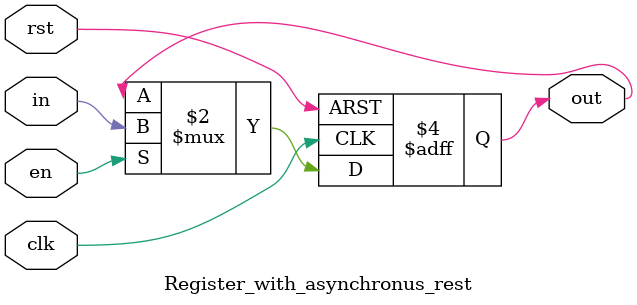
<source format=v>
`timescale 1ns / 1ps
module Register_with_asynchronus_rest(
	input in,clk,rst,en,
	output reg out
    );
	 
always @(posedge clk,posedge rst)
	if(rst)
		out<=0;
	else if(en) 
		out<=in;
endmodule


</source>
